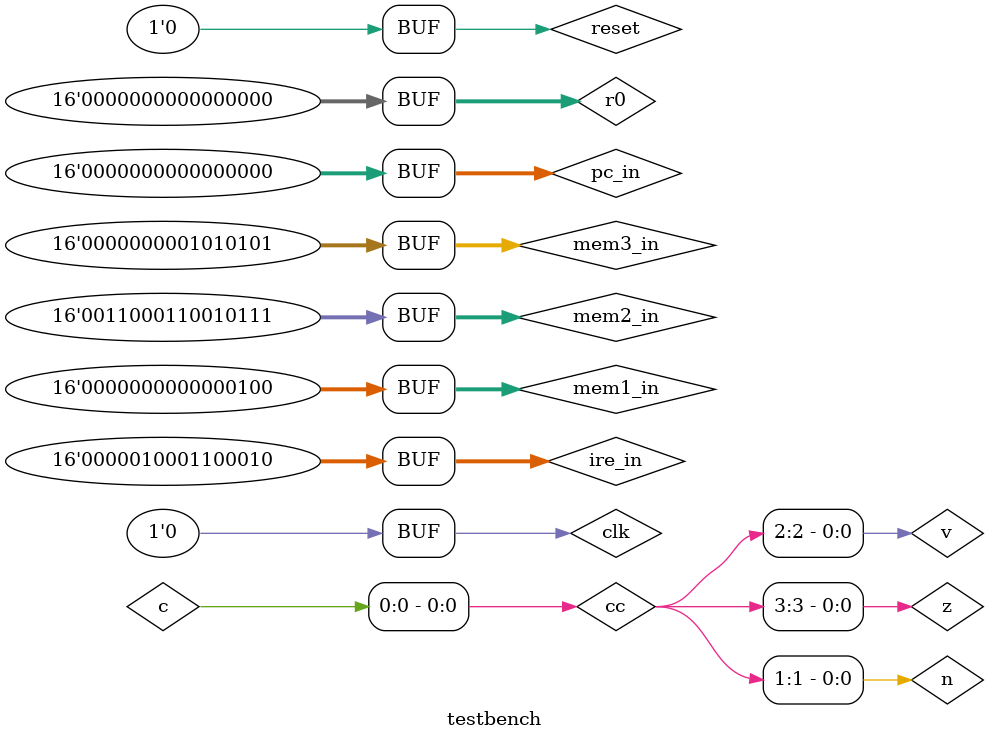
<source format=v>
module testbench();

reg clk;
reg reset;
reg [15:0] pc_in,ire_in,mem1_in,mem2_in,mem3_in;

wire signed [15:0] pc;
wire signed [15:0] irf;
wire signed [15:0] ire;
wire signed [15:0] t1;
wire signed [15:0] t2;
wire signed [15:0] rx;
wire signed [15:0] ry;
wire signed [15:0] di;
wire signed [15:0] do;
wire signed [15:0] a;
wire signed [15:0] b;
wire signed [15:0] ao;
reg [15:0] r0;
reg [15:0] r1;
reg [15:0] r2;
wire [17:0] cntrl_wrd;
wire z;
wire v;
wire n;
wire c;
wire [3:0] cc;

assign cc = {z,v,n,c};



main m(clk,pc_in,ire_in,mem1_in,mem2_in,mem3_in,pc,ire,t1,t2,rx,ry,a,b,di,do,irf,reset,cntrl_wrd,ao,r0,r1,r2,z,v,n,c);


initial begin
clk=0;
r0=0;
r1=0;
r2=2;
pc_in=0;
ire_in=16'b0000010001100010;
mem1_in=4;
mem2_in=16'h3197;
mem3_in=16'h0055;
repeat(16) #10 clk=~clk;
end

initial begin
reset=0;
#10
reset=1;
#10
reset=0;
end

initial begin
$monitor("time=%t clock=%d pc=%h ire=%h irf=%h r1=%h r2=%h cc=%b",$time,clk,pc,ire,irf,r1,r2,cc);
end

always@(posedge clk)
begin
if(reset==0)
begin
r1 <= rx;
r2 <= ry;
end
end

endmodule

</source>
